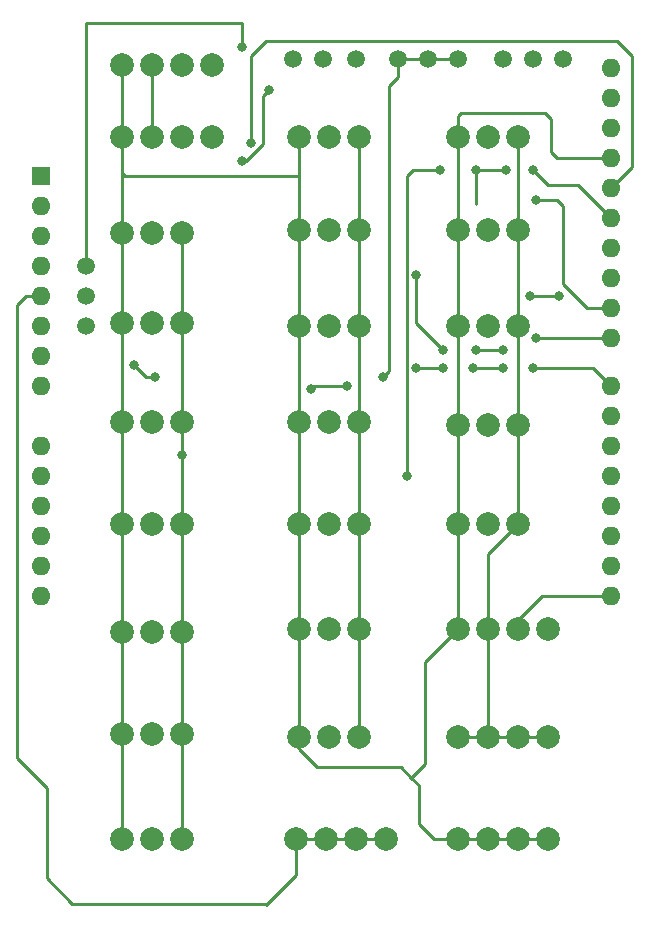
<source format=gbr>
%TF.GenerationSoftware,KiCad,Pcbnew,7.0.8*%
%TF.CreationDate,2023-10-22T09:09:43+02:00*%
%TF.ProjectId,Wemos UNO,57656d6f-7320-4554-9e4f-2e6b69636164,rev?*%
%TF.SameCoordinates,Original*%
%TF.FileFunction,Copper,L2,Bot*%
%TF.FilePolarity,Positive*%
%FSLAX46Y46*%
G04 Gerber Fmt 4.6, Leading zero omitted, Abs format (unit mm)*
G04 Created by KiCad (PCBNEW 7.0.8) date 2023-10-22 09:09:43*
%MOMM*%
%LPD*%
G01*
G04 APERTURE LIST*
%TA.AperFunction,ComponentPad*%
%ADD10C,1.500000*%
%TD*%
%TA.AperFunction,ComponentPad*%
%ADD11O,1.600000X1.600000*%
%TD*%
%TA.AperFunction,ComponentPad*%
%ADD12R,1.600000X1.600000*%
%TD*%
%TA.AperFunction,ComponentPad*%
%ADD13C,2.000000*%
%TD*%
%TA.AperFunction,ViaPad*%
%ADD14C,0.800000*%
%TD*%
%TA.AperFunction,Conductor*%
%ADD15C,0.250000*%
%TD*%
G04 APERTURE END LIST*
D10*
%TO.P,LP_rund,1*%
%TO.N,Net-(A1-Pad11)*%
X155448000Y-46990000D03*
%TD*%
%TO.P,LP_rund,1*%
%TO.N,Net-(A1-Pad11)*%
X152908000Y-46990000D03*
%TD*%
%TO.P,LP_rund,1*%
%TO.N,Net-(A1-Pad11)*%
X150368000Y-46990000D03*
%TD*%
%TO.P,LP_rund,1*%
%TO.N,Net-(A1-Pad10)*%
X146558000Y-46990000D03*
%TD*%
%TO.P,LP_rund,1*%
%TO.N,Net-(A1-Pad10)*%
X144018000Y-46990000D03*
%TD*%
%TO.P,LP_rund,1*%
%TO.N,Net-(A1-Pad10)*%
X141478000Y-46990000D03*
%TD*%
%TO.P,LP_rund,1*%
%TO.N,Net-(A1-Pad1)*%
X137922000Y-46990000D03*
%TD*%
%TO.P,LP_rund,1*%
%TO.N,Net-(A1-Pad1)*%
X135128000Y-46990000D03*
%TD*%
%TO.P,LP_rund,1*%
%TO.N,Net-(A1-Pad1)*%
X132588000Y-46990000D03*
%TD*%
%TO.P,LP_rund,1*%
%TO.N,Net-(A1-Pad10)*%
X115062000Y-69596000D03*
%TD*%
%TO.P,LP_rund,1*%
%TO.N,Net-(A1-Pad11)*%
X115062000Y-67056000D03*
%TD*%
%TO.P,LP_rund,1*%
%TO.N,Net-(A1-Pad1)*%
X115062000Y-64516000D03*
%TD*%
D11*
%TO.P,A1,32*%
%TO.N,Net-(A1-Pad32)*%
X159512000Y-47756000D03*
%TO.P,A1,31*%
%TO.N,Net-(A1-Pad31)*%
X159512000Y-50296000D03*
D12*
%TO.P,A1,1*%
%TO.N,Net-(A1-Pad1)*%
X111252000Y-56896000D03*
D11*
%TO.P,A1,17*%
%TO.N,Net-(A1-Pad17)*%
X159512000Y-87376000D03*
%TO.P,A1,2*%
%TO.N,Net-(A1-Pad2)*%
X111252000Y-59436000D03*
%TO.P,A1,18*%
%TO.N,Net-(A1-Pad18)*%
X159512000Y-84836000D03*
%TO.P,A1,3*%
%TO.N,Net-(A1-Pad3)*%
X111252000Y-61976000D03*
%TO.P,A1,19*%
%TO.N,Net-(A1-Pad19)*%
X159512000Y-82296000D03*
%TO.P,A1,4*%
%TO.N,Net-(A1-Pad4)*%
X111252000Y-64516000D03*
%TO.P,A1,20*%
%TO.N,Net-(A1-Pad20)*%
X159512000Y-79756000D03*
%TO.P,A1,5*%
%TO.N,Net-(A1-Pad5)*%
X111252000Y-67056000D03*
%TO.P,A1,21*%
%TO.N,Net-(A1-Pad21)*%
X159512000Y-77216000D03*
%TO.P,A1,6*%
%TO.N,Net-(A1-Pad6)*%
X111252000Y-69596000D03*
%TO.P,A1,22*%
%TO.N,Net-(A1-Pad22)*%
X159512000Y-74676000D03*
%TO.P,A1,7*%
%TO.N,Net-(A1-Pad7)*%
X111252000Y-72136000D03*
%TO.P,A1,23*%
%TO.N,Net-(A1-Pad23)*%
X159512000Y-70616000D03*
%TO.P,A1,8*%
%TO.N,Net-(A1-Pad8)*%
X111252000Y-74676000D03*
%TO.P,A1,24*%
%TO.N,Net-(A1-Pad24)*%
X159512000Y-68076000D03*
%TO.P,A1,9*%
%TO.N,Net-(A1-Pad9)*%
X111252000Y-79756000D03*
%TO.P,A1,25*%
%TO.N,Net-(A1-Pad25)*%
X159512000Y-65536000D03*
%TO.P,A1,10*%
%TO.N,Net-(A1-Pad10)*%
X111252000Y-82296000D03*
%TO.P,A1,26*%
%TO.N,Net-(A1-Pad26)*%
X159512000Y-62996000D03*
%TO.P,A1,11*%
%TO.N,Net-(A1-Pad11)*%
X111252000Y-84836000D03*
%TO.P,A1,27*%
%TO.N,Net-(A1-Pad27)*%
X159512000Y-60456000D03*
%TO.P,A1,12*%
%TO.N,Net-(A1-Pad12)*%
X111252000Y-87376000D03*
%TO.P,A1,28*%
%TO.N,Net-(A1-Pad28)*%
X159512000Y-57916000D03*
%TO.P,A1,13*%
%TO.N,Net-(A1-Pad13)*%
X111252000Y-89916000D03*
%TO.P,A1,29*%
%TO.N,Net-(A1-Pad29)*%
X159512000Y-55376000D03*
%TO.P,A1,14*%
%TO.N,Net-(A1-Pad14)*%
X111252000Y-92456000D03*
%TO.P,A1,30*%
%TO.N,Net-(A1-Pad30)*%
X159512000Y-52836000D03*
%TO.P,A1,15*%
%TO.N,Net-(A1-Pad15)*%
X159512000Y-92456000D03*
%TO.P,A1,16*%
%TO.N,Net-(A1-Pad16)*%
X159512000Y-89916000D03*
%TD*%
D13*
%TO.P,G V SCL SDA,4*%
%TO.N,Net-(A1-Pad31)*%
X125700000Y-47444000D03*
%TO.P,G V SCL SDA,3*%
%TO.N,Net-(A1-Pad32)*%
X123160000Y-47444000D03*
%TO.P,G V SCL SDA,2*%
%TO.N,Net-(A1-Pad4)*%
X120620000Y-47444000D03*
%TO.P,G V SCL SDA,1*%
%TO.N,Net-(A1-Pad29)*%
X118080000Y-47444000D03*
%TD*%
%TO.P,IO02,3*%
%TO.N,Net-(A1-Pad4)*%
X123190000Y-69342000D03*
%TO.P,IO02,2*%
%TO.N,Net-(A1-Pad9)*%
X120650000Y-69342000D03*
%TO.P,IO02,1*%
%TO.N,Net-(A1-Pad29)*%
X118110000Y-69342000D03*
%TD*%
%TO.P,IO26,3*%
%TO.N,Net-(A1-Pad4)*%
X151638000Y-86360000D03*
%TO.P,IO26,2*%
%TO.N,Net-(A1-Pad17)*%
X149098000Y-86360000D03*
%TO.P,IO26,1*%
%TO.N,Net-(A1-Pad29)*%
X146558000Y-86360000D03*
%TD*%
%TO.P,IO25,1*%
%TO.N,Net-(A1-Pad29)*%
X146558000Y-77978000D03*
%TO.P,IO25,2*%
%TO.N,Net-(A1-Pad18)*%
X149098000Y-77978000D03*
%TO.P,IO25,3*%
%TO.N,Net-(A1-Pad4)*%
X151638000Y-77978000D03*
%TD*%
%TO.P,IO17,3*%
%TO.N,Net-(A1-Pad4)*%
X151638000Y-69596000D03*
%TO.P,IO17,2*%
%TO.N,Net-(A1-Pad19)*%
X149098000Y-69596000D03*
%TO.P,IO17,1*%
%TO.N,Net-(A1-Pad29)*%
X146558000Y-69596000D03*
%TD*%
%TO.P,IO16,1*%
%TO.N,Net-(A1-Pad29)*%
X146558000Y-61468000D03*
%TO.P,IO16,2*%
%TO.N,Net-(A1-Pad20)*%
X149098000Y-61468000D03*
%TO.P,IO16,3*%
%TO.N,Net-(A1-Pad4)*%
X151638000Y-61468000D03*
%TD*%
%TO.P,IO27|,3*%
%TO.N,Net-(A1-Pad4)*%
X151638000Y-53594000D03*
%TO.P,IO27|,2*%
%TO.N,Net-(A1-Pad21)*%
X149098000Y-53594000D03*
%TO.P,IO27|,1*%
%TO.N,Net-(A1-Pad29)*%
X146558000Y-53594000D03*
%TD*%
%TO.P,IO14,1*%
%TO.N,Net-(A1-Pad29)*%
X133096000Y-69596000D03*
%TO.P,IO14,2*%
%TO.N,Net-(A1-Pad22)*%
X135636000Y-69596000D03*
%TO.P,IO14,3*%
%TO.N,Net-(A1-Pad4)*%
X138176000Y-69596000D03*
%TD*%
%TO.P,IO12,1*%
%TO.N,Net-(A1-Pad29)*%
X133096000Y-61468000D03*
%TO.P,IO12,2*%
%TO.N,Net-(A1-Pad23)*%
X135636000Y-61468000D03*
%TO.P,IO12,3*%
%TO.N,Net-(A1-Pad4)*%
X138176000Y-61468000D03*
%TD*%
%TO.P,IO13|,3*%
%TO.N,Net-(A1-Pad4)*%
X138176000Y-53594000D03*
%TO.P,IO13|,2*%
%TO.N,Net-(A1-Pad24)*%
X135636000Y-53594000D03*
%TO.P,IO13|,1*%
%TO.N,Net-(A1-Pad29)*%
X133096000Y-53594000D03*
%TD*%
%TO.P,IO05,1*%
%TO.N,Net-(A1-Pad29)*%
X133096000Y-104394000D03*
%TO.P,IO05,2*%
%TO.N,Net-(A1-Pad25)*%
X135636000Y-104394000D03*
%TO.P,IO05,3*%
%TO.N,Net-(A1-Pad4)*%
X138176000Y-104394000D03*
%TD*%
%TO.P,IO23,3*%
%TO.N,Net-(A1-Pad4)*%
X138176000Y-95250000D03*
%TO.P,IO23,2*%
%TO.N,Net-(A1-Pad26)*%
X135636000Y-95250000D03*
%TO.P,IO23,1*%
%TO.N,Net-(A1-Pad29)*%
X133096000Y-95250000D03*
%TD*%
%TO.P,IO19,1*%
%TO.N,Net-(A1-Pad29)*%
X133096000Y-86360000D03*
%TO.P,IO19,2*%
%TO.N,Net-(A1-Pad27)*%
X135636000Y-86360000D03*
%TO.P,IO19,3*%
%TO.N,Net-(A1-Pad4)*%
X138176000Y-86360000D03*
%TD*%
%TO.P,IO18,3*%
%TO.N,Net-(A1-Pad4)*%
X138176000Y-77724000D03*
%TO.P,IO18,2*%
%TO.N,Net-(A1-Pad28)*%
X135636000Y-77724000D03*
%TO.P,IO18,1*%
%TO.N,Net-(A1-Pad29)*%
X133096000Y-77724000D03*
%TD*%
%TO.P,GND,1*%
%TO.N,Net-(A1-Pad29)*%
X146558000Y-113030000D03*
%TO.P,GND,2*%
X149098000Y-113030000D03*
%TO.P,GND,3*%
X151638000Y-113030000D03*
%TO.P,GND,4*%
X154178000Y-113030000D03*
%TD*%
%TO.P,5V,4*%
%TO.N,Net-(A1-Pad5)*%
X140462000Y-113030000D03*
%TO.P,5V,3*%
X137922000Y-113030000D03*
%TO.P,5V,2*%
X135382000Y-113030000D03*
%TO.P,5V,1*%
X132842000Y-113030000D03*
%TD*%
%TO.P,3.3V,1*%
%TO.N,Net-(A1-Pad4)*%
X146558000Y-104394000D03*
%TO.P,3.3V,2*%
X149098000Y-104394000D03*
%TO.P,3.3V,3*%
X151638000Y-104394000D03*
%TO.P,3.3V,4*%
X154178000Y-104394000D03*
%TD*%
%TO.P,G RST V,1*%
%TO.N,Net-(A1-Pad29)*%
X118110000Y-61722000D03*
%TO.P,G RST V,2*%
%TO.N,Net-(A1-Pad3)*%
X120650000Y-61722000D03*
%TO.P,G RST V,3*%
%TO.N,Net-(A1-Pad4)*%
X123190000Y-61722000D03*
%TD*%
%TO.P,IO04,3*%
%TO.N,Net-(A1-Pad4)*%
X123190000Y-77724000D03*
%TO.P,IO04,2*%
%TO.N,Net-(A1-Pad10)*%
X120650000Y-77724000D03*
%TO.P,IO04,1*%
%TO.N,Net-(A1-Pad29)*%
X118110000Y-77724000D03*
%TD*%
%TO.P,IO35,1*%
%TO.N,Net-(A1-Pad29)*%
X118110000Y-86360000D03*
%TO.P,IO35,2*%
%TO.N,Net-(A1-Pad11)*%
X120650000Y-86360000D03*
%TO.P,IO35,3*%
%TO.N,Net-(A1-Pad4)*%
X123190000Y-86360000D03*
%TD*%
%TO.P,IO34,3*%
%TO.N,Net-(A1-Pad4)*%
X123190000Y-95504000D03*
%TO.P,IO34,2*%
%TO.N,Net-(A1-Pad12)*%
X120650000Y-95504000D03*
%TO.P,IO34,1*%
%TO.N,Net-(A1-Pad29)*%
X118110000Y-95504000D03*
%TD*%
%TO.P,IO36,1*%
%TO.N,Net-(A1-Pad29)*%
X118110000Y-104140000D03*
%TO.P,IO36,2*%
%TO.N,Net-(A1-Pad13)*%
X120650000Y-104140000D03*
%TO.P,IO36,3*%
%TO.N,Net-(A1-Pad4)*%
X123190000Y-104140000D03*
%TD*%
%TO.P,IO39,3*%
%TO.N,Net-(A1-Pad4)*%
X123190000Y-113030000D03*
%TO.P,IO39,2*%
%TO.N,Net-(A1-Pad14)*%
X120650000Y-113030000D03*
%TO.P,IO39,1*%
%TO.N,Net-(A1-Pad29)*%
X118110000Y-113030000D03*
%TD*%
%TO.P,G V SCL SDA,1*%
%TO.N,Net-(A1-Pad29)*%
X118110000Y-53594000D03*
%TO.P,G V SCL SDA,2*%
%TO.N,Net-(A1-Pad4)*%
X120650000Y-53594000D03*
%TO.P,G V SCL SDA,3*%
%TO.N,Net-(A1-Pad32)*%
X123190000Y-53594000D03*
%TO.P,G V SCL SDA,4*%
%TO.N,Net-(A1-Pad31)*%
X125730000Y-53594000D03*
%TD*%
%TO.P,Rx Tx,4*%
%TO.N,Net-(A1-Pad16)*%
X154178000Y-95250000D03*
%TO.P,Rx Tx,3*%
%TO.N,Net-(A1-Pad15)*%
X151638000Y-95250000D03*
%TO.P,Rx Tx,2*%
%TO.N,Net-(A1-Pad4)*%
X149098000Y-95250000D03*
%TO.P,Rx Tx,1*%
%TO.N,Net-(A1-Pad29)*%
X146558000Y-95250000D03*
%TD*%
D14*
%TO.N,Net-(A1-Pad1)*%
X128270000Y-45974000D03*
%TO.N,Net-(A1-Pad4)*%
X123190000Y-80518000D03*
%TO.N,Net-(A1-Pad22)*%
X152908000Y-73152000D03*
X150368000Y-73152000D03*
X147828000Y-73152000D03*
X145288000Y-73152000D03*
X143002000Y-73152000D03*
%TO.N,Net-(A1-Pad23)*%
X153162000Y-70612000D03*
X150368000Y-71628000D03*
X148082000Y-71628000D03*
X145288000Y-71628000D03*
X143002000Y-65278000D03*
%TO.N,Net-(A1-Pad24)*%
X153162000Y-58928000D03*
%TO.N,Net-(A1-Pad10)*%
X140208000Y-73914000D03*
X137160000Y-74676000D03*
X134112000Y-74930000D03*
X120904000Y-73914000D03*
X119121347Y-72893347D03*
%TO.N,Net-(A1-Pad26)*%
X152654000Y-67056000D03*
X155099010Y-67056000D03*
%TO.N,Net-(A1-Pad11)*%
X130556000Y-49571000D03*
X128270000Y-55626000D03*
%TO.N,Net-(A1-Pad27)*%
X152908000Y-56388000D03*
X150626653Y-56383347D03*
X148086653Y-56383347D03*
X145038653Y-56383347D03*
X142240000Y-82296000D03*
%TO.N,Net-(A1-Pad28)*%
X129032000Y-54102000D03*
%TD*%
D15*
%TO.N,Net-(A1-Pad1)*%
X115062000Y-43942000D02*
X115062000Y-64516000D01*
X128270000Y-43942000D02*
X115062000Y-43942000D01*
X128270000Y-45974000D02*
X128270000Y-43942000D01*
%TO.N,Net-(A1-Pad4)*%
X123190000Y-113030000D02*
X123190000Y-104140000D01*
X123190000Y-104140000D02*
X123190000Y-95504000D01*
X123190000Y-95504000D02*
X123190000Y-86360000D01*
X123190000Y-77724000D02*
X123190000Y-69342000D01*
X123190000Y-69342000D02*
X123190000Y-61722000D01*
X138176000Y-53594000D02*
X138176000Y-61468000D01*
X138176000Y-61468000D02*
X138176000Y-69596000D01*
X138176000Y-69596000D02*
X138176000Y-77724000D01*
X138176000Y-77724000D02*
X138176000Y-86360000D01*
X138176000Y-86360000D02*
X138176000Y-95250000D01*
X138176000Y-95250000D02*
X138176000Y-104394000D01*
X154178000Y-104394000D02*
X151638000Y-104394000D01*
X149098000Y-104394000D02*
X146558000Y-104394000D01*
X146558000Y-104394000D02*
X151638000Y-104394000D01*
X149098000Y-104394000D02*
X149098000Y-95250000D01*
X149098000Y-88900000D02*
X151638000Y-86360000D01*
X149098000Y-95250000D02*
X149098000Y-88900000D01*
X151638000Y-86360000D02*
X151638000Y-77978000D01*
X151638000Y-77978000D02*
X151638000Y-69596000D01*
X151638000Y-69596000D02*
X151638000Y-61468000D01*
X151638000Y-61468000D02*
X151638000Y-53594000D01*
X123190000Y-86360000D02*
X123190000Y-80518000D01*
X123190000Y-80518000D02*
X123190000Y-77724000D01*
X120620000Y-53564000D02*
X120650000Y-53594000D01*
X120620000Y-47444000D02*
X120620000Y-53564000D01*
%TO.N,Net-(A1-Pad5)*%
X132842000Y-116078000D02*
X132842000Y-113030000D01*
X132842000Y-113030000D02*
X135382000Y-113030000D01*
X135382000Y-113030000D02*
X137922000Y-113030000D01*
X137922000Y-113030000D02*
X140462000Y-113030000D01*
X111252000Y-67056000D02*
X109982000Y-67056000D01*
X109982000Y-67056000D02*
X109220000Y-67818000D01*
X109220000Y-106101002D02*
X111760000Y-108641002D01*
X109220000Y-67818000D02*
X109220000Y-106101002D01*
X111760000Y-108641002D02*
X111760000Y-116332000D01*
X113919000Y-118491000D02*
X130429000Y-118491000D01*
X111760000Y-116332000D02*
X113919000Y-118491000D01*
X130429000Y-118491000D02*
X132842000Y-116078000D01*
X130302000Y-118618000D02*
X130429000Y-118491000D01*
%TO.N,Net-(A1-Pad22)*%
X159512000Y-74676000D02*
X157988000Y-73152000D01*
X157988000Y-73152000D02*
X152908000Y-73152000D01*
X150368000Y-73152000D02*
X147828000Y-73152000D01*
X145288000Y-73152000D02*
X143002000Y-73152000D01*
%TO.N,Net-(A1-Pad23)*%
X159512000Y-70616000D02*
X153166000Y-70616000D01*
X153166000Y-70616000D02*
X153162000Y-70612000D01*
X150368000Y-71628000D02*
X148082000Y-71628000D01*
X145288000Y-71628000D02*
X143002000Y-69342000D01*
X143002000Y-69342000D02*
X143002000Y-65278000D01*
%TO.N,Net-(A1-Pad24)*%
X153162000Y-58928000D02*
X154940000Y-58928000D01*
X154940000Y-58928000D02*
X155448000Y-59436000D01*
X155448000Y-59436000D02*
X155448000Y-66040000D01*
X157484000Y-68076000D02*
X159512000Y-68076000D01*
X155448000Y-66040000D02*
X157484000Y-68076000D01*
%TO.N,Net-(A1-Pad10)*%
X146558000Y-46990000D02*
X144018000Y-46990000D01*
X144018000Y-46990000D02*
X141478000Y-46990000D01*
X141478000Y-46990000D02*
X141478000Y-48514000D01*
X141478000Y-48514000D02*
X140716000Y-49276000D01*
X140716000Y-73406000D02*
X140208000Y-73914000D01*
X140716000Y-49276000D02*
X140716000Y-73406000D01*
X134366000Y-74676000D02*
X134112000Y-74930000D01*
X137160000Y-74676000D02*
X134366000Y-74676000D01*
X120142000Y-73914000D02*
X119121347Y-72893347D01*
X120904000Y-73914000D02*
X120142000Y-73914000D01*
%TO.N,Net-(A1-Pad26)*%
X152654000Y-67056000D02*
X155099010Y-67056000D01*
%TO.N,Net-(A1-Pad11)*%
X130556000Y-49571000D02*
X130048000Y-50079000D01*
X128581002Y-55626000D02*
X128270000Y-55626000D01*
X130048000Y-54159002D02*
X128581002Y-55626000D01*
X130048000Y-50079000D02*
X130048000Y-54159002D01*
%TO.N,Net-(A1-Pad27)*%
X159512000Y-60456000D02*
X156714000Y-57658000D01*
X156714000Y-57658000D02*
X156714000Y-57654000D01*
X156714000Y-57654000D02*
X154174000Y-57654000D01*
X154174000Y-57654000D02*
X152908000Y-56388000D01*
X150626653Y-56383347D02*
X148086653Y-56383347D01*
X148086653Y-56383347D02*
X148086653Y-59250347D01*
X145038653Y-56383347D02*
X142752653Y-56383347D01*
X142752653Y-56383347D02*
X142240000Y-56896000D01*
X142240000Y-56896000D02*
X142240000Y-82296000D01*
%TO.N,Net-(A1-Pad28)*%
X159512000Y-57916000D02*
X161290000Y-56138000D01*
X161290000Y-56138000D02*
X161290000Y-46736000D01*
X161290000Y-46736000D02*
X160020000Y-45466000D01*
X160020000Y-45466000D02*
X130556000Y-45466000D01*
X130556000Y-45466000D02*
X130302000Y-45466000D01*
X130302000Y-45466000D02*
X129032000Y-46736000D01*
X129032000Y-46736000D02*
X129032000Y-54102000D01*
%TO.N,Net-(A1-Pad29)*%
X118110000Y-61722000D02*
X118110000Y-69342000D01*
X118110000Y-77724000D02*
X118110000Y-69342000D01*
X118110000Y-86360000D02*
X118110000Y-95504000D01*
X118110000Y-95504000D02*
X118110000Y-104140000D01*
X118110000Y-104140000D02*
X118110000Y-113030000D01*
X118110000Y-77724000D02*
X118110000Y-78486000D01*
X118110000Y-78232000D02*
X118110000Y-78486000D01*
X118110000Y-78486000D02*
X118110000Y-86360000D01*
X133096000Y-104394000D02*
X133096000Y-95250000D01*
X133096000Y-95250000D02*
X133096000Y-86360000D01*
X133096000Y-86360000D02*
X133096000Y-77724000D01*
X133096000Y-77724000D02*
X133096000Y-69596000D01*
X133096000Y-69596000D02*
X133096000Y-61468000D01*
X118364000Y-56896000D02*
X118110000Y-56642000D01*
X133096000Y-56896000D02*
X118364000Y-56896000D01*
X133096000Y-61468000D02*
X133096000Y-56896000D01*
X133096000Y-56896000D02*
X133096000Y-53594000D01*
X118110000Y-53594000D02*
X118110000Y-56642000D01*
X118110000Y-56642000D02*
X118110000Y-61722000D01*
X154178000Y-113030000D02*
X151638000Y-113030000D01*
X151638000Y-113030000D02*
X149098000Y-113030000D01*
X149098000Y-113030000D02*
X146558000Y-113030000D01*
X146558000Y-113030000D02*
X144526000Y-113030000D01*
X144526000Y-113030000D02*
X143256000Y-111760000D01*
X143256000Y-111760000D02*
X143256000Y-108458000D01*
X141732000Y-106934000D02*
X134620000Y-106934000D01*
X133096000Y-105410000D02*
X133096000Y-104394000D01*
X134620000Y-106934000D02*
X133096000Y-105410000D01*
X146558000Y-95250000D02*
X143764000Y-98044000D01*
X143764000Y-98044000D02*
X143764000Y-106680000D01*
X143764000Y-106680000D02*
X142621000Y-107823000D01*
X143256000Y-108458000D02*
X142621000Y-107823000D01*
X142621000Y-107823000D02*
X141732000Y-106934000D01*
X146558000Y-53594000D02*
X146558000Y-61468000D01*
X146558000Y-61468000D02*
X146558000Y-69596000D01*
X146558000Y-69596000D02*
X146558000Y-77978000D01*
X146558000Y-77978000D02*
X146558000Y-86360000D01*
X146558000Y-86360000D02*
X146558000Y-95250000D01*
X159512000Y-55376000D02*
X154944000Y-55376000D01*
X154944000Y-55376000D02*
X154432000Y-54864000D01*
X154432000Y-54864000D02*
X154432000Y-52070000D01*
X154432000Y-52070000D02*
X153924000Y-51562000D01*
X153924000Y-51562000D02*
X146812000Y-51562000D01*
X146558000Y-51816000D02*
X146558000Y-53594000D01*
X146812000Y-51562000D02*
X146558000Y-51816000D01*
X118110000Y-47474000D02*
X118080000Y-47444000D01*
X118110000Y-53594000D02*
X118110000Y-47474000D01*
%TO.N,Net-(A1-Pad15)*%
X159512000Y-92456000D02*
X153670000Y-92456000D01*
X151638000Y-94488000D02*
X151638000Y-95250000D01*
X153670000Y-92456000D02*
X151638000Y-94488000D01*
%TD*%
M02*

</source>
